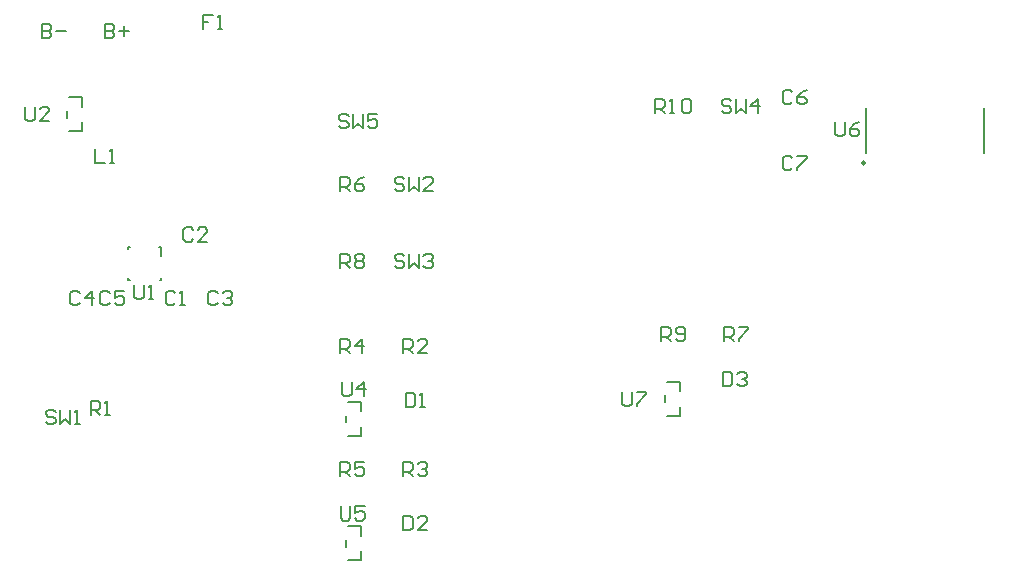
<source format=gto>
G04*
G04 #@! TF.GenerationSoftware,Altium Limited,Altium Designer,22.10.1 (41)*
G04*
G04 Layer_Color=65535*
%FSLAX23Y23*%
%MOIN*%
G70*
G04*
G04 #@! TF.SameCoordinates,9DCC93BE-6794-47A7-A240-529396958765*
G04*
G04*
G04 #@! TF.FilePolarity,Positive*
G04*
G01*
G75*
%ADD10C,0.008*%
%ADD11C,0.006*%
%ADD12C,0.007*%
D10*
X2885Y1710D02*
G03*
X2885Y1710I-6J0D01*
G01*
X2879Y1706D02*
Y1714D01*
X2875Y1710D02*
X2883D01*
X3282Y1745D02*
Y1895D01*
X2888Y1745D02*
Y1895D01*
X2075Y949D02*
Y909D01*
X2083Y901D01*
X2099D01*
X2107Y909D01*
Y949D01*
X2123D02*
X2155D01*
Y941D01*
X2123Y909D01*
Y901D01*
X2785Y1849D02*
Y1809D01*
X2793Y1801D01*
X2809D01*
X2817Y1809D01*
Y1849D01*
X2865D02*
X2849Y1841D01*
X2833Y1825D01*
Y1809D01*
X2841Y1801D01*
X2857D01*
X2865Y1809D01*
Y1817D01*
X2857Y1825D01*
X2833D01*
X1136Y567D02*
Y527D01*
X1144Y519D01*
X1160D01*
X1168Y527D01*
Y567D01*
X1216D02*
X1184D01*
Y543D01*
X1200Y551D01*
X1208D01*
X1216Y543D01*
Y527D01*
X1208Y519D01*
X1192D01*
X1184Y527D01*
X1141Y981D02*
Y941D01*
X1149Y933D01*
X1165D01*
X1173Y941D01*
Y981D01*
X1213Y933D02*
Y981D01*
X1189Y957D01*
X1221D01*
X85Y1899D02*
Y1859D01*
X93Y1851D01*
X109D01*
X117Y1859D01*
Y1899D01*
X165Y1851D02*
X133D01*
X165Y1883D01*
Y1891D01*
X157Y1899D01*
X141D01*
X133Y1891D01*
X448Y1304D02*
Y1264D01*
X456Y1256D01*
X472D01*
X480Y1264D01*
Y1304D01*
X496Y1256D02*
X512D01*
X504D01*
Y1304D01*
X496Y1296D01*
X140Y2174D02*
Y2126D01*
X164D01*
X172Y2134D01*
Y2142D01*
X164Y2150D01*
X140D01*
X164D01*
X172Y2158D01*
Y2166D01*
X164Y2174D01*
X140D01*
X188Y2150D02*
X220D01*
X350Y2174D02*
Y2126D01*
X374D01*
X382Y2134D01*
Y2142D01*
X374Y2150D01*
X350D01*
X374D01*
X382Y2158D01*
Y2166D01*
X374Y2174D01*
X350D01*
X398Y2150D02*
X430D01*
X414Y2166D02*
Y2134D01*
X1163Y1866D02*
X1155Y1874D01*
X1139D01*
X1131Y1866D01*
Y1858D01*
X1139Y1850D01*
X1155D01*
X1163Y1842D01*
Y1834D01*
X1155Y1826D01*
X1139D01*
X1131Y1834D01*
X1179Y1874D02*
Y1826D01*
X1195Y1842D01*
X1211Y1826D01*
Y1874D01*
X1259D02*
X1227D01*
Y1850D01*
X1243Y1858D01*
X1251D01*
X1259Y1850D01*
Y1834D01*
X1251Y1826D01*
X1235D01*
X1227Y1834D01*
X2438Y1916D02*
X2430Y1924D01*
X2414D01*
X2406Y1916D01*
Y1908D01*
X2414Y1900D01*
X2430D01*
X2438Y1892D01*
Y1884D01*
X2430Y1876D01*
X2414D01*
X2406Y1884D01*
X2454Y1924D02*
Y1876D01*
X2470Y1892D01*
X2486Y1876D01*
Y1924D01*
X2526Y1876D02*
Y1924D01*
X2502Y1900D01*
X2534D01*
X1348Y1401D02*
X1340Y1409D01*
X1324D01*
X1316Y1401D01*
Y1393D01*
X1324Y1385D01*
X1340D01*
X1348Y1377D01*
Y1369D01*
X1340Y1361D01*
X1324D01*
X1316Y1369D01*
X1364Y1409D02*
Y1361D01*
X1380Y1377D01*
X1396Y1361D01*
Y1409D01*
X1412Y1401D02*
X1420Y1409D01*
X1436D01*
X1444Y1401D01*
Y1393D01*
X1436Y1385D01*
X1428D01*
X1436D01*
X1444Y1377D01*
Y1369D01*
X1436Y1361D01*
X1420D01*
X1412Y1369D01*
X1348Y1656D02*
X1340Y1664D01*
X1324D01*
X1316Y1656D01*
Y1648D01*
X1324Y1640D01*
X1340D01*
X1348Y1632D01*
Y1624D01*
X1340Y1616D01*
X1324D01*
X1316Y1624D01*
X1364Y1664D02*
Y1616D01*
X1380Y1632D01*
X1396Y1616D01*
Y1664D01*
X1444Y1616D02*
X1412D01*
X1444Y1648D01*
Y1656D01*
X1436Y1664D01*
X1420D01*
X1412Y1656D01*
X186Y881D02*
X178Y889D01*
X162D01*
X154Y881D01*
Y873D01*
X162Y865D01*
X178D01*
X186Y857D01*
Y849D01*
X178Y841D01*
X162D01*
X154Y849D01*
X202Y889D02*
Y841D01*
X218Y857D01*
X234Y841D01*
Y889D01*
X250Y841D02*
X266D01*
X258D01*
Y889D01*
X250Y881D01*
X2185Y1876D02*
Y1924D01*
X2209D01*
X2217Y1916D01*
Y1900D01*
X2209Y1892D01*
X2185D01*
X2201D02*
X2217Y1876D01*
X2233D02*
X2249D01*
X2241D01*
Y1924D01*
X2233Y1916D01*
X2273D02*
X2281Y1924D01*
X2297D01*
X2305Y1916D01*
Y1884D01*
X2297Y1876D01*
X2281D01*
X2273Y1884D01*
Y1916D01*
X2205Y1116D02*
Y1164D01*
X2229D01*
X2237Y1156D01*
Y1140D01*
X2229Y1132D01*
X2205D01*
X2221D02*
X2237Y1116D01*
X2253Y1124D02*
X2261Y1116D01*
X2277D01*
X2285Y1124D01*
Y1156D01*
X2277Y1164D01*
X2261D01*
X2253Y1156D01*
Y1148D01*
X2261Y1140D01*
X2285D01*
X1135Y1361D02*
Y1409D01*
X1159D01*
X1167Y1401D01*
Y1385D01*
X1159Y1377D01*
X1135D01*
X1151D02*
X1167Y1361D01*
X1183Y1401D02*
X1191Y1409D01*
X1207D01*
X1215Y1401D01*
Y1393D01*
X1207Y1385D01*
X1215Y1377D01*
Y1369D01*
X1207Y1361D01*
X1191D01*
X1183Y1369D01*
Y1377D01*
X1191Y1385D01*
X1183Y1393D01*
Y1401D01*
X1191Y1385D02*
X1207D01*
X2415Y1116D02*
Y1164D01*
X2439D01*
X2447Y1156D01*
Y1140D01*
X2439Y1132D01*
X2415D01*
X2431D02*
X2447Y1116D01*
X2463Y1164D02*
X2495D01*
Y1156D01*
X2463Y1124D01*
Y1116D01*
X1135Y1616D02*
Y1664D01*
X1159D01*
X1167Y1656D01*
Y1640D01*
X1159Y1632D01*
X1135D01*
X1151D02*
X1167Y1616D01*
X1215Y1664D02*
X1199Y1656D01*
X1183Y1640D01*
Y1624D01*
X1191Y1616D01*
X1207D01*
X1215Y1624D01*
Y1632D01*
X1207Y1640D01*
X1183D01*
X1135Y666D02*
Y714D01*
X1159D01*
X1167Y706D01*
Y690D01*
X1159Y682D01*
X1135D01*
X1151D02*
X1167Y666D01*
X1215Y714D02*
X1183D01*
Y690D01*
X1199Y698D01*
X1207D01*
X1215Y690D01*
Y674D01*
X1207Y666D01*
X1191D01*
X1183Y674D01*
X1135Y1076D02*
Y1124D01*
X1159D01*
X1167Y1116D01*
Y1100D01*
X1159Y1092D01*
X1135D01*
X1151D02*
X1167Y1076D01*
X1207D02*
Y1124D01*
X1183Y1100D01*
X1215D01*
X1345Y666D02*
Y714D01*
X1369D01*
X1377Y706D01*
Y690D01*
X1369Y682D01*
X1345D01*
X1361D02*
X1377Y666D01*
X1393Y706D02*
X1401Y714D01*
X1417D01*
X1425Y706D01*
Y698D01*
X1417Y690D01*
X1409D01*
X1417D01*
X1425Y682D01*
Y674D01*
X1417Y666D01*
X1401D01*
X1393Y674D01*
X1345Y1076D02*
Y1124D01*
X1369D01*
X1377Y1116D01*
Y1100D01*
X1369Y1092D01*
X1345D01*
X1361D02*
X1377Y1076D01*
X1425D02*
X1393D01*
X1425Y1108D01*
Y1116D01*
X1417Y1124D01*
X1401D01*
X1393Y1116D01*
X303Y871D02*
Y919D01*
X327D01*
X335Y911D01*
Y895D01*
X327Y887D01*
X303D01*
X319D02*
X335Y871D01*
X351D02*
X367D01*
X359D01*
Y919D01*
X351Y911D01*
X318Y1759D02*
Y1711D01*
X350D01*
X366D02*
X382D01*
X374D01*
Y1759D01*
X366Y1751D01*
X710Y2204D02*
X678D01*
Y2180D01*
X694D01*
X678D01*
Y2156D01*
X726D02*
X742D01*
X734D01*
Y2204D01*
X726Y2196D01*
X2410Y1014D02*
Y966D01*
X2434D01*
X2442Y974D01*
Y1006D01*
X2434Y1014D01*
X2410D01*
X2458Y1006D02*
X2466Y1014D01*
X2482D01*
X2490Y1006D01*
Y998D01*
X2482Y990D01*
X2474D01*
X2482D01*
X2490Y982D01*
Y974D01*
X2482Y966D01*
X2466D01*
X2458Y974D01*
X1345Y534D02*
Y486D01*
X1369D01*
X1377Y494D01*
Y526D01*
X1369Y534D01*
X1345D01*
X1425Y486D02*
X1393D01*
X1425Y518D01*
Y526D01*
X1417Y534D01*
X1401D01*
X1393Y526D01*
X1353Y944D02*
Y896D01*
X1377D01*
X1385Y904D01*
Y936D01*
X1377Y944D01*
X1353D01*
X1401Y896D02*
X1417D01*
X1409D01*
Y944D01*
X1401Y936D01*
X2642Y1726D02*
X2634Y1734D01*
X2618D01*
X2610Y1726D01*
Y1694D01*
X2618Y1686D01*
X2634D01*
X2642Y1694D01*
X2658Y1734D02*
X2690D01*
Y1726D01*
X2658Y1694D01*
Y1686D01*
X2642Y1946D02*
X2634Y1954D01*
X2618D01*
X2610Y1946D01*
Y1914D01*
X2618Y1906D01*
X2634D01*
X2642Y1914D01*
X2690Y1954D02*
X2674Y1946D01*
X2658Y1930D01*
Y1914D01*
X2666Y1906D01*
X2682D01*
X2690Y1914D01*
Y1922D01*
X2682Y1930D01*
X2658D01*
X367Y1276D02*
X359Y1284D01*
X343D01*
X335Y1276D01*
Y1244D01*
X343Y1236D01*
X359D01*
X367Y1244D01*
X415Y1284D02*
X383D01*
Y1260D01*
X399Y1268D01*
X407D01*
X415Y1260D01*
Y1244D01*
X407Y1236D01*
X391D01*
X383Y1244D01*
X267Y1276D02*
X259Y1284D01*
X243D01*
X235Y1276D01*
Y1244D01*
X243Y1236D01*
X259D01*
X267Y1244D01*
X307Y1236D02*
Y1284D01*
X283Y1260D01*
X315D01*
X727Y1276D02*
X719Y1284D01*
X703D01*
X695Y1276D01*
Y1244D01*
X703Y1236D01*
X719D01*
X727Y1244D01*
X743Y1276D02*
X751Y1284D01*
X767D01*
X775Y1276D01*
Y1268D01*
X767Y1260D01*
X759D01*
X767D01*
X775Y1252D01*
Y1244D01*
X767Y1236D01*
X751D01*
X743Y1244D01*
X644Y1488D02*
X636Y1496D01*
X620D01*
X612Y1488D01*
Y1456D01*
X620Y1448D01*
X636D01*
X644Y1456D01*
X692Y1448D02*
X660D01*
X692Y1480D01*
Y1488D01*
X684Y1496D01*
X668D01*
X660Y1488D01*
X585Y1276D02*
X577Y1284D01*
X561D01*
X553Y1276D01*
Y1244D01*
X561Y1236D01*
X577D01*
X585Y1244D01*
X601Y1236D02*
X617D01*
X609D01*
Y1284D01*
X601Y1276D01*
D11*
X2217Y914D02*
Y936D01*
X2267Y951D02*
Y982D01*
Y868D02*
Y899D01*
X2224Y982D02*
X2267D01*
X2224Y868D02*
X2267D01*
X230Y1816D02*
X273D01*
X230Y1930D02*
X273D01*
Y1816D02*
Y1847D01*
Y1899D02*
Y1930D01*
X223Y1862D02*
Y1884D01*
X1160Y386D02*
X1203D01*
X1160Y500D02*
X1203D01*
Y386D02*
Y417D01*
Y469D02*
Y500D01*
X1153Y432D02*
Y454D01*
X1160Y800D02*
X1203D01*
X1160Y914D02*
X1203D01*
Y800D02*
Y831D01*
Y883D02*
Y914D01*
X1153Y846D02*
Y868D01*
D12*
X531Y1430D02*
X538D01*
Y1402D02*
Y1430D01*
X533Y1320D02*
X538D01*
Y1327D01*
X428Y1320D02*
X435D01*
X428D02*
Y1326D01*
Y1423D02*
Y1430D01*
X434D01*
M02*

</source>
